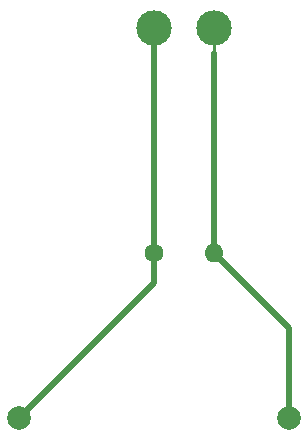
<source format=gbr>
G04 #@! TF.GenerationSoftware,KiCad,Pcbnew,(5.1.5)-1*
G04 #@! TF.CreationDate,2021-09-15T09:01:54+02:00*
G04 #@! TF.ProjectId,protest1,70726f74-6573-4743-912e-6b696361645f,rev?*
G04 #@! TF.SameCoordinates,PX59a0560PY71d9820*
G04 #@! TF.FileFunction,Copper,L1,Top*
G04 #@! TF.FilePolarity,Positive*
%FSLAX46Y46*%
G04 Gerber Fmt 4.6, Leading zero omitted, Abs format (unit mm)*
G04 Created by KiCad (PCBNEW (5.1.5)-1) date 2021-09-15 09:01:54*
%MOMM*%
%LPD*%
G04 APERTURE LIST*
%ADD10C,2.000000*%
%ADD11C,1.600000*%
%ADD12O,1.600000X1.600000*%
%ADD13O,3.000000X3.000000*%
%ADD14C,3.000000*%
%ADD15C,0.500000*%
%ADD16C,0.250000*%
G04 APERTURE END LIST*
D10*
X35560000Y10160000D03*
X12700000Y10160000D03*
D11*
X24130000Y24130000D03*
D12*
X29210000Y24130000D03*
D13*
X29210000Y43180000D03*
D14*
X24130000Y43180000D03*
D15*
X24130000Y24130000D02*
X24130000Y43180000D01*
X35560000Y17780000D02*
X29210000Y24130000D01*
X35560000Y10160000D02*
X35560000Y17780000D01*
X24130000Y21590000D02*
X12700000Y10160000D01*
X24130000Y24130000D02*
X24130000Y21590000D01*
X29210000Y41058680D02*
X29210000Y24130000D01*
D16*
X29210000Y43180000D02*
X29210000Y41058680D01*
M02*

</source>
